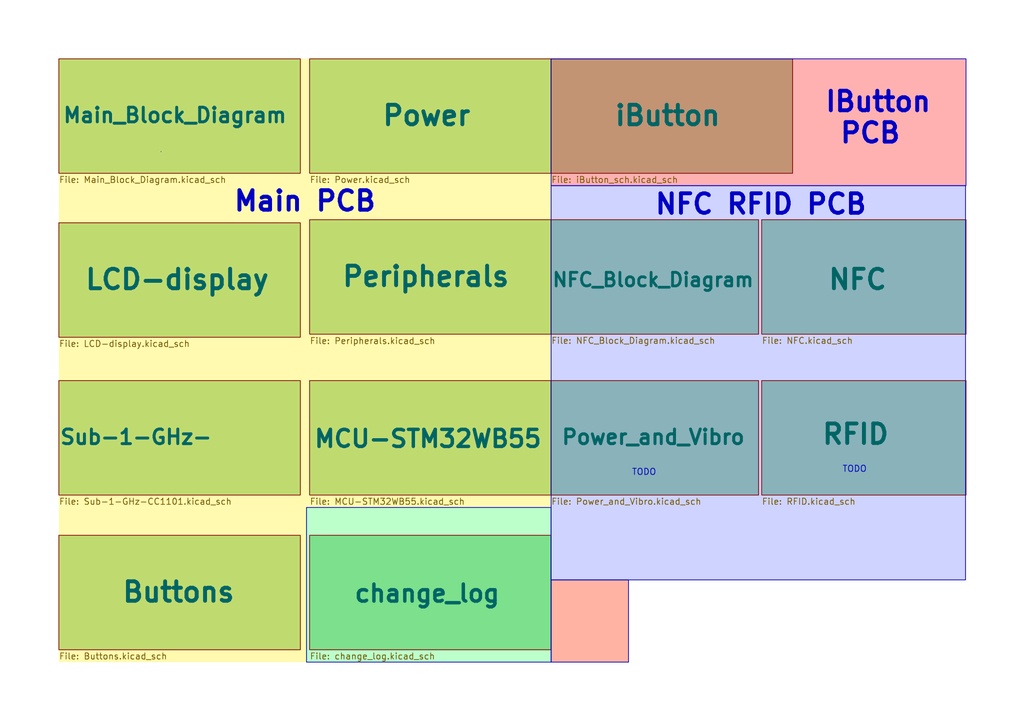
<source format=kicad_sch>
(kicad_sch
	(version 20250114)
	(generator "eeschema")
	(generator_version "9.0")
	(uuid "6fd3b1c7-f4ee-4f40-ae71-a0439f037db8")
	(paper "A5")
	(title_block
		(title "Flipper Device DIY")
		(rev "13.F7B9C6")
		(company "Originally from : Flipper Devices Inc.")
		(comment 1 "DIY Version 1.0")
	)
	(lib_symbols)
	(rectangle
		(start 12.065 12.065)
		(end 113.03 104.14)
		(stroke
			(width -0.0001)
			(type default)
		)
		(fill
			(type color)
			(color 255 243 84 0.46)
		)
		(uuid 85f9973f-125f-4d72-93cc-64c175cf47dd)
	)
	(rectangle
		(start 113.03 38.1)
		(end 198.0265 119.0065)
		(stroke
			(width 0)
			(type default)
		)
		(fill
			(type color)
			(color 138 148 255 0.41)
		)
		(uuid af4cfebb-8580-4c77-967a-e3a1439aa57d)
	)
	(rectangle
		(start 113.03 12.065)
		(end 198.12 38.1)
		(stroke
			(width 0)
			(type default)
		)
		(fill
			(type color)
			(color 255 96 96 0.49)
		)
		(uuid b5c518f2-81a5-41c5-a4dc-fed880b5096d)
	)
	(rectangle
		(start 113.0487 119.0045)
		(end 128.903 135.89)
		(stroke
			(width 0)
			(type default)
		)
		(fill
			(type color)
			(color 255 83 46 0.44)
		)
		(uuid c1226049-1cf6-458e-ac06-dc9bdbb4ff47)
	)
	(rectangle
		(start 33.02 31.115)
		(end 33.02 31.115)
		(stroke
			(width 0)
			(type default)
		)
		(fill
			(type none)
		)
		(uuid da2b6d3d-d35c-48da-930b-a80a2e4cc4d0)
	)
	(rectangle
		(start 12.065 104.14)
		(end 62.865 135.89)
		(stroke
			(width -0.0001)
			(type default)
		)
		(fill
			(type color)
			(color 255 243 84 0.46)
		)
		(uuid eaf21491-087d-4cee-9b54-603c81253131)
	)
	(rectangle
		(start 62.865 104.14)
		(end 113.03 135.89)
		(stroke
			(width 0)
			(type default)
		)
		(fill
			(type color)
			(color 110 255 142 0.46)
		)
		(uuid ecad0a80-809a-4c94-8dc2-038c2dc5dcee)
	)
	(text "TODO"
		(exclude_from_sim no)
		(at 129.54 97.79 0)
		(effects
			(font
				(size 1.27 1.27)
			)
			(justify left bottom)
		)
		(uuid "332cb0e7-805c-4fe0-9837-fb20a342ebe8")
	)
	(text "IButton \n PCB"
		(exclude_from_sim no)
		(at 168.91 29.845 0)
		(effects
			(font
				(size 4 4)
				(bold yes)
			)
			(justify left bottom)
		)
		(uuid "958fe7fa-2293-4d2b-b516-20a99e298bcb")
	)
	(text "Main PCB"
		(exclude_from_sim no)
		(at 47.625 43.815 0)
		(effects
			(font
				(size 4 4)
				(thickness 0.8)
				(bold yes)
			)
			(justify left bottom)
		)
		(uuid "c02b68d3-eb37-4175-ba7e-c6a87234ea17")
	)
	(text "NFC RFID PCB"
		(exclude_from_sim no)
		(at 133.985 44.45 0)
		(effects
			(font
				(size 4 4)
				(bold yes)
			)
			(justify left bottom)
		)
		(uuid "c7ed30f6-f89a-4426-9081-31c75b971d14")
	)
	(text "TODO"
		(exclude_from_sim no)
		(at 172.72 97.155 0)
		(effects
			(font
				(size 1.27 1.27)
			)
			(justify left bottom)
		)
		(uuid "f57b5807-3009-46fb-a3f3-cc89f9be05c0")
	)
	(sheet
		(at 156.21 78.105)
		(size 41.91 23.495)
		(exclude_from_sim no)
		(in_bom yes)
		(on_board yes)
		(dnp no)
		(stroke
			(width 0.1524)
			(type solid)
		)
		(fill
			(color 0 132 0 0.4588)
		)
		(uuid "02c2e9ea-170f-4763-bb5e-4dbd82101adc")
		(property "Sheetname" "RFID"
			(at 168.275 91.44 0)
			(effects
				(font
					(size 4 4)
					(bold yes)
				)
				(justify left bottom)
			)
		)
		(property "Sheetfile" "RFID.kicad_sch"
			(at 156.21 102.1846 0)
			(effects
				(font
					(size 1.27 1.27)
				)
				(justify left top)
			)
		)
		(instances
			(project "Flipper_Zero_DIY"
				(path "/6fd3b1c7-f4ee-4f40-ae71-a0439f037db8"
					(page "13")
				)
			)
		)
	)
	(sheet
		(at 156.21 45.085)
		(size 41.91 23.495)
		(exclude_from_sim no)
		(in_bom yes)
		(on_board yes)
		(dnp no)
		(stroke
			(width 0.1524)
			(type solid)
		)
		(fill
			(color 0 132 0 0.4588)
		)
		(uuid "3150230f-fc42-4f51-b6aa-576c3f46b615")
		(property "Sheetname" "NFC"
			(at 169.545 59.69 0)
			(effects
				(font
					(size 4 4)
					(bold yes)
				)
				(justify left bottom)
			)
		)
		(property "Sheetfile" "NFC.kicad_sch"
			(at 156.21 69.1646 0)
			(effects
				(font
					(size 1.27 1.27)
				)
				(justify left top)
			)
		)
		(instances
			(project "Flipper_Zero_DIY"
				(path "/6fd3b1c7-f4ee-4f40-ae71-a0439f037db8"
					(page "11")
				)
			)
		)
	)
	(sheet
		(at 12.065 45.72)
		(size 49.53 23.495)
		(exclude_from_sim no)
		(in_bom yes)
		(on_board yes)
		(dnp no)
		(stroke
			(width 0.1524)
			(type solid)
		)
		(fill
			(color 0 132 0 0.4588)
		)
		(uuid "341fdb60-c0a6-4542-a819-91b4604ca30b")
		(property "Sheetname" "LCD-display"
			(at 17.145 59.69 0)
			(effects
				(font
					(size 4 4)
					(bold yes)
				)
				(justify left bottom)
			)
		)
		(property "Sheetfile" "LCD-display.kicad_sch"
			(at 12.065 69.7996 0)
			(effects
				(font
					(size 1.27 1.27)
				)
				(justify left top)
			)
		)
		(instances
			(project "Flipper_Zero_DIY"
				(path "/6fd3b1c7-f4ee-4f40-ae71-a0439f037db8"
					(page "6")
				)
			)
		)
	)
	(sheet
		(at 63.5 78.105)
		(size 49.53 23.495)
		(exclude_from_sim no)
		(in_bom yes)
		(on_board yes)
		(dnp no)
		(stroke
			(width 0.1524)
			(type solid)
		)
		(fill
			(color 0 132 0 0.4588)
		)
		(uuid "3c4a817d-5c25-43ae-9205-7ae290fb93d7")
		(property "Sheetname" "MCU-STM32WB55"
			(at 64.135 92.075 0)
			(effects
				(font
					(size 3.5 3.5)
					(bold yes)
				)
				(justify left bottom)
			)
		)
		(property "Sheetfile" "MCU-STM32WB55.kicad_sch"
			(at 63.5 102.1846 0)
			(effects
				(font
					(size 1.27 1.27)
				)
				(justify left top)
			)
		)
		(instances
			(project "Flipper_Zero_DIY"
				(path "/6fd3b1c7-f4ee-4f40-ae71-a0439f037db8"
					(page "5")
				)
			)
		)
	)
	(sheet
		(at 113.03 12.065)
		(size 49.53 23.495)
		(exclude_from_sim no)
		(in_bom yes)
		(on_board yes)
		(dnp no)
		(stroke
			(width 0.1524)
			(type solid)
		)
		(fill
			(color 0 132 0 0.4588)
		)
		(uuid "4001b5ba-de94-4931-8d86-73d20ca7a680")
		(property "Sheetname" "iButton"
			(at 125.73 26.035 0)
			(effects
				(font
					(size 4 4)
					(bold yes)
				)
				(justify left bottom)
			)
		)
		(property "Sheetfile" "iButton_sch.kicad_sch"
			(at 113.03 36.1446 0)
			(effects
				(font
					(size 1.27 1.27)
				)
				(justify left top)
			)
		)
		(instances
			(project "Flipper_Zero_DIY"
				(path "/6fd3b1c7-f4ee-4f40-ae71-a0439f037db8"
					(page "9")
				)
			)
		)
	)
	(sheet
		(at 63.5 12.065)
		(size 49.53 23.495)
		(exclude_from_sim no)
		(in_bom yes)
		(on_board yes)
		(dnp no)
		(stroke
			(width 0.1524)
			(type solid)
		)
		(fill
			(color 0 132 0 0.4588)
		)
		(uuid "574ce9ea-c3fa-46b8-8d0b-f8692bcd0c57")
		(property "Sheetname" "Power"
			(at 78.105 26.035 0)
			(effects
				(font
					(size 4 4)
					(bold yes)
				)
				(justify left bottom)
			)
		)
		(property "Sheetfile" "Power.kicad_sch"
			(at 63.5 36.1446 0)
			(effects
				(font
					(size 1.27 1.27)
				)
				(justify left top)
			)
		)
		(instances
			(project "Flipper_Zero_DIY"
				(path "/6fd3b1c7-f4ee-4f40-ae71-a0439f037db8"
					(page "3")
				)
			)
		)
	)
	(sheet
		(at 12.065 109.855)
		(size 49.53 23.495)
		(exclude_from_sim no)
		(in_bom yes)
		(on_board yes)
		(dnp no)
		(stroke
			(width 0.1524)
			(type solid)
		)
		(fill
			(color 0 132 0 0.4588)
		)
		(uuid "64c69069-35fd-4bf7-9928-a7349a5a8e14")
		(property "Sheetname" "Buttons"
			(at 24.765 123.825 0)
			(effects
				(font
					(size 4 4)
					(bold yes)
				)
				(justify left bottom)
			)
		)
		(property "Sheetfile" "Buttons.kicad_sch"
			(at 12.065 133.9346 0)
			(effects
				(font
					(size 1.27 1.27)
				)
				(justify left top)
			)
		)
		(instances
			(project "Flipper_Zero_DIY"
				(path "/6fd3b1c7-f4ee-4f40-ae71-a0439f037db8"
					(page "8")
				)
			)
		)
	)
	(sheet
		(at 113.03 45.085)
		(size 42.545 23.495)
		(exclude_from_sim no)
		(in_bom yes)
		(on_board yes)
		(dnp no)
		(stroke
			(width 0.1524)
			(type solid)
		)
		(fill
			(color 0 132 0 0.4588)
		)
		(uuid "6eb83f5a-7b16-426a-9130-a087b28e79cc")
		(property "Sheetname" "NFC_Block_Diagram"
			(at 113.03 59.055 0)
			(effects
				(font
					(size 2.8 2.8)
					(bold yes)
				)
				(justify left bottom)
			)
		)
		(property "Sheetfile" "NFC_Block_Diagram.kicad_sch"
			(at 113.03 69.1646 0)
			(effects
				(font
					(size 1.27 1.27)
				)
				(justify left top)
			)
		)
		(instances
			(project "Flipper_Zero_DIY"
				(path "/6fd3b1c7-f4ee-4f40-ae71-a0439f037db8"
					(page "10")
				)
			)
		)
	)
	(sheet
		(at 12.065 12.065)
		(size 49.53 23.495)
		(exclude_from_sim no)
		(in_bom yes)
		(on_board yes)
		(dnp no)
		(stroke
			(width 0.1524)
			(type solid)
		)
		(fill
			(color 0 132 0 0.4600)
		)
		(uuid "8de03230-0fbb-4dc8-83dd-160a4cc10118")
		(property "Sheetname" "Main_Block_Diagram"
			(at 12.7 25.4 0)
			(effects
				(font
					(size 3 3)
					(bold yes)
				)
				(justify left bottom)
			)
		)
		(property "Sheetfile" "Main_Block_Diagram.kicad_sch"
			(at 12.065 36.1446 0)
			(effects
				(font
					(size 1.27 1.27)
				)
				(justify left top)
			)
		)
		(instances
			(project "Flipper_Zero_DIY"
				(path "/6fd3b1c7-f4ee-4f40-ae71-a0439f037db8"
					(page "2")
				)
			)
		)
	)
	(sheet
		(at 12.065 78.105)
		(size 49.53 23.495)
		(exclude_from_sim no)
		(in_bom yes)
		(on_board yes)
		(dnp no)
		(stroke
			(width 0.1524)
			(type solid)
		)
		(fill
			(color 0 132 0 0.4588)
		)
		(uuid "92a95282-e6d1-4acc-9253-4231b5f831de")
		(property "Sheetname" "Sub-1-GHz-"
			(at 12.065 91.44 0)
			(effects
				(font
					(size 3 3)
					(bold yes)
				)
				(justify left bottom)
			)
		)
		(property "Sheetfile" "Sub-1-GHz-CC1101.kicad_sch"
			(at 12.065 102.1846 0)
			(effects
				(font
					(size 1.27 1.27)
				)
				(justify left top)
			)
		)
		(instances
			(project "Flipper_Zero_DIY"
				(path "/6fd3b1c7-f4ee-4f40-ae71-a0439f037db8"
					(page "7")
				)
			)
		)
	)
	(sheet
		(at 63.5 109.855)
		(size 49.53 23.495)
		(exclude_from_sim no)
		(in_bom yes)
		(on_board yes)
		(dnp no)
		(stroke
			(width 0.1524)
			(type solid)
		)
		(fill
			(color 0 132 0 0.4588)
		)
		(uuid "9fe18208-ca74-497d-87ec-8e97e80c6459")
		(property "Sheetname" "change_log"
			(at 72.39 123.825 0)
			(effects
				(font
					(size 3.5 3.5)
					(bold yes)
				)
				(justify left bottom)
			)
		)
		(property "Sheetfile" "change_log.kicad_sch"
			(at 63.5 133.9346 0)
			(effects
				(font
					(size 1.27 1.27)
				)
				(justify left top)
			)
		)
		(instances
			(project "Flipper_Zero_DIY"
				(path "/6fd3b1c7-f4ee-4f40-ae71-a0439f037db8"
					(page "14")
				)
			)
		)
	)
	(sheet
		(at 63.5 45.085)
		(size 49.53 23.495)
		(exclude_from_sim no)
		(in_bom yes)
		(on_board yes)
		(dnp no)
		(stroke
			(width 0.1524)
			(type solid)
		)
		(fill
			(color 0 132 0 0.4588)
		)
		(uuid "df3e630c-89cc-4e6d-867b-b681a42511f6")
		(property "Sheetname" "Peripherals"
			(at 69.85 59.055 0)
			(effects
				(font
					(size 4 4)
					(bold yes)
				)
				(justify left bottom)
			)
		)
		(property "Sheetfile" "Peripherals.kicad_sch"
			(at 63.5 69.215 0)
			(effects
				(font
					(size 1.27 1.27)
				)
				(justify left top)
			)
		)
		(instances
			(project "Flipper_Zero_DIY"
				(path "/6fd3b1c7-f4ee-4f40-ae71-a0439f037db8"
					(page "4")
				)
			)
		)
	)
	(sheet
		(at 113.03 78.105)
		(size 42.545 23.495)
		(exclude_from_sim no)
		(in_bom yes)
		(on_board yes)
		(dnp no)
		(stroke
			(width 0.1524)
			(type solid)
		)
		(fill
			(color 0 132 0 0.4588)
		)
		(uuid "f971560e-1eca-4abf-9deb-40112c85a0f3")
		(property "Sheetname" "Power_and_Vibro"
			(at 114.935 91.44 0)
			(effects
				(font
					(size 3 3)
					(bold yes)
				)
				(justify left bottom)
			)
		)
		(property "Sheetfile" "Power_and_Vibro.kicad_sch"
			(at 113.03 102.1846 0)
			(effects
				(font
					(size 1.27 1.27)
				)
				(justify left top)
			)
		)
		(instances
			(project "Flipper_Zero_DIY"
				(path "/6fd3b1c7-f4ee-4f40-ae71-a0439f037db8"
					(page "12")
				)
			)
		)
	)
	(sheet_instances
		(path "/"
			(page "1")
		)
	)
	(embedded_fonts no)
)

</source>
